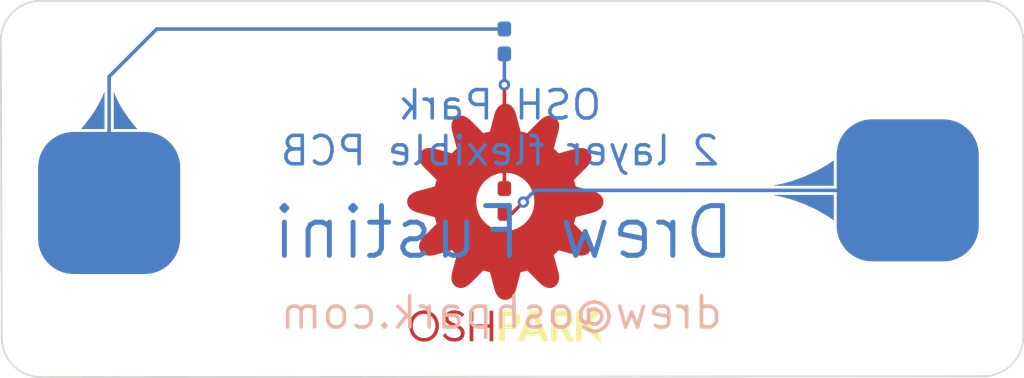
<source format=kicad_pcb>
(kicad_pcb (version 20171130) (host pcbnew 5.1.4-e60b266~84~ubuntu19.04.1)

  (general
    (thickness 1.6)
    (drawings 12)
    (tracks 11)
    (zones 0)
    (modules 6)
    (nets 1)
  )

  (page A4)
  (layers
    (0 F.Cu signal)
    (31 B.Cu signal)
    (32 B.Adhes user)
    (33 F.Adhes user)
    (34 B.Paste user)
    (35 F.Paste user)
    (36 B.SilkS user)
    (37 F.SilkS user)
    (38 B.Mask user)
    (39 F.Mask user)
    (40 Dwgs.User user)
    (41 Cmts.User user)
    (42 Eco1.User user)
    (43 Eco2.User user)
    (44 Edge.Cuts user)
    (45 Margin user)
    (46 B.CrtYd user)
    (47 F.CrtYd user)
    (48 B.Fab user)
    (49 F.Fab user)
  )

  (setup
    (last_trace_width 0.25)
    (trace_clearance 0.2)
    (zone_clearance 0.508)
    (zone_45_only no)
    (trace_min 0.2)
    (via_size 0.8)
    (via_drill 0.4)
    (via_min_size 0.4)
    (via_min_drill 0.3)
    (uvia_size 0.3)
    (uvia_drill 0.1)
    (uvias_allowed no)
    (uvia_min_size 0.2)
    (uvia_min_drill 0.1)
    (edge_width 0.05)
    (segment_width 0.2)
    (pcb_text_width 0.3)
    (pcb_text_size 1.5 1.5)
    (mod_edge_width 0.12)
    (mod_text_size 1 1)
    (mod_text_width 0.15)
    (pad_size 1.524 1.524)
    (pad_drill 0.762)
    (pad_to_mask_clearance 0.051)
    (solder_mask_min_width 0.25)
    (aux_axis_origin 0 0)
    (visible_elements FFFFFF7F)
    (pcbplotparams
      (layerselection 0x010fc_ffffffff)
      (usegerberextensions false)
      (usegerberattributes false)
      (usegerberadvancedattributes false)
      (creategerberjobfile false)
      (excludeedgelayer true)
      (linewidth 0.100000)
      (plotframeref false)
      (viasonmask false)
      (mode 1)
      (useauxorigin false)
      (hpglpennumber 1)
      (hpglpenspeed 20)
      (hpglpendiameter 15.000000)
      (psnegative false)
      (psa4output false)
      (plotreference true)
      (plotvalue true)
      (plotinvisibletext false)
      (padsonsilk false)
      (subtractmaskfromsilk false)
      (outputformat 1)
      (mirror false)
      (drillshape 1)
      (scaleselection 1)
      (outputdirectory ""))
  )

  (net 0 "")

  (net_class Default "This is the default net class."
    (clearance 0.2)
    (trace_width 0.25)
    (via_dia 0.8)
    (via_drill 0.4)
    (uvia_dia 0.3)
    (uvia_drill 0.1)
  )

  (module LED_SMD:LED_0603_1608Metric_Pad1.05x0.95mm_HandSolder (layer F.Cu) (tedit 5DF04E01) (tstamp 5DF073B1)
    (at 153.4795 54.723 90)
    (descr "LED SMD 0603 (1608 Metric), square (rectangular) end terminal, IPC_7351 nominal, (Body size source: http://www.tortai-tech.com/upload/download/2011102023233369053.pdf), generated with kicad-footprint-generator")
    (tags "LED handsolder")
    (attr smd)
    (fp_text reference REF** (at 0 -1.43 90) (layer F.SilkS) hide
      (effects (font (size 1 1) (thickness 0.15)))
    )
    (fp_text value LED_0603_1608Metric_Pad1.05x0.95mm_HandSolder (at 0 1.43 90) (layer F.Fab) hide
      (effects (font (size 1 1) (thickness 0.15)))
    )
    (fp_text user %R (at 0 0 90) (layer F.Fab)
      (effects (font (size 0.4 0.4) (thickness 0.06)))
    )
    (fp_line (start 1.65 0.73) (end -1.65 0.73) (layer F.CrtYd) (width 0.05))
    (fp_line (start 1.65 -0.73) (end 1.65 0.73) (layer F.CrtYd) (width 0.05))
    (fp_line (start -1.65 -0.73) (end 1.65 -0.73) (layer F.CrtYd) (width 0.05))
    (fp_line (start -1.65 0.73) (end -1.65 -0.73) (layer F.CrtYd) (width 0.05))
    (fp_line (start 0.8 0.4) (end 0.8 -0.4) (layer F.Fab) (width 0.1))
    (fp_line (start -0.8 0.4) (end 0.8 0.4) (layer F.Fab) (width 0.1))
    (fp_line (start -0.8 -0.1) (end -0.8 0.4) (layer F.Fab) (width 0.1))
    (fp_line (start -0.5 -0.4) (end -0.8 -0.1) (layer F.Fab) (width 0.1))
    (fp_line (start 0.8 -0.4) (end -0.5 -0.4) (layer F.Fab) (width 0.1))
    (pad 2 smd roundrect (at 0.875 0 90) (size 1.05 0.95) (layers F.Cu F.Paste F.Mask) (roundrect_rratio 0.25))
    (pad 1 smd roundrect (at -0.875 0 90) (size 1.05 0.95) (layers F.Cu F.Paste F.Mask) (roundrect_rratio 0.25))
    (model ${KISYS3DMOD}/LED_SMD.3dshapes/LED_0603_1608Metric.wrl
      (at (xyz 0 0 0))
      (scale (xyz 1 1 1))
      (rotate (xyz 0 0 0))
    )
  )

  (module Resistor_SMD:R_0603_1608Metric_Pad1.05x0.95mm_HandSolder (layer B.Cu) (tedit 5DF04DCE) (tstamp 5DF070E6)
    (at 153.4795 43.4975 270)
    (descr "Resistor SMD 0603 (1608 Metric), square (rectangular) end terminal, IPC_7351 nominal with elongated pad for handsoldering. (Body size source: http://www.tortai-tech.com/upload/download/2011102023233369053.pdf), generated with kicad-footprint-generator")
    (tags "resistor handsolder")
    (attr smd)
    (fp_text reference REF** (at 0 1.43 270) (layer B.SilkS) hide
      (effects (font (size 1 1) (thickness 0.15)) (justify mirror))
    )
    (fp_text value R_0603_1608Metric_Pad1.05x0.95mm_HandSolder (at 0 -1.43 270) (layer B.Fab) hide
      (effects (font (size 1 1) (thickness 0.15)) (justify mirror))
    )
    (fp_text user %R (at 0 0 270) (layer B.Fab)
      (effects (font (size 0.4 0.4) (thickness 0.06)) (justify mirror))
    )
    (fp_line (start 1.65 -0.73) (end -1.65 -0.73) (layer B.CrtYd) (width 0.05))
    (fp_line (start 1.65 0.73) (end 1.65 -0.73) (layer B.CrtYd) (width 0.05))
    (fp_line (start -1.65 0.73) (end 1.65 0.73) (layer B.CrtYd) (width 0.05))
    (fp_line (start -1.65 -0.73) (end -1.65 0.73) (layer B.CrtYd) (width 0.05))
    (fp_line (start 0.8 -0.4) (end -0.8 -0.4) (layer B.Fab) (width 0.1))
    (fp_line (start 0.8 0.4) (end 0.8 -0.4) (layer B.Fab) (width 0.1))
    (fp_line (start -0.8 0.4) (end 0.8 0.4) (layer B.Fab) (width 0.1))
    (fp_line (start -0.8 -0.4) (end -0.8 0.4) (layer B.Fab) (width 0.1))
    (pad 2 smd roundrect (at 0.875 0 270) (size 1.05 0.95) (layers B.Cu B.Paste B.Mask) (roundrect_rratio 0.25))
    (pad 1 smd roundrect (at -0.875 0 270) (size 1.05 0.95) (layers B.Cu B.Paste B.Mask) (roundrect_rratio 0.25))
    (model ${KISYS3DMOD}/Resistor_SMD.3dshapes/R_0603_1608Metric.wrl
      (at (xyz 0 0 0))
      (scale (xyz 1 1 1))
      (rotate (xyz 0 0 0))
    )
  )

  (module touch:TestPoint_Pad_4.0x4.0mm (layer B.Cu) (tedit 5DF04A6A) (tstamp 5DF05CD9)
    (at 125.6665 54.864)
    (descr "SMD rectangular pad as test Point, square 4.0mm side length")
    (tags "test point SMD pad rectangle square")
    (attr virtual)
    (fp_text reference REF** (at 0 2.898) (layer B.SilkS) hide
      (effects (font (size 1 1) (thickness 0.15)) (justify mirror))
    )
    (fp_text value TestPoint_Pad_10.0x10.0mm (at 0 -3.1) (layer B.Fab) hide
      (effects (font (size 1 1) (thickness 0.15)) (justify mirror))
    )
    (fp_line (start 2.5 -2.5) (end -2.5 -2.5) (layer B.CrtYd) (width 0.05))
    (fp_line (start 2.5 -2.5) (end 2.5 2.5) (layer B.CrtYd) (width 0.05))
    (fp_line (start -2.5 2.5) (end -2.5 -2.5) (layer B.CrtYd) (width 0.05))
    (fp_line (start -2.5 2.5) (end 2.5 2.5) (layer B.CrtYd) (width 0.05))
    (fp_text user %R (at 0 2.9) (layer B.Fab) hide
      (effects (font (size 1 1) (thickness 0.15)) (justify mirror))
    )
    (pad 1 smd roundrect (at 0 0) (size 10 10) (layers B.Cu B.Mask) (roundrect_rratio 0.25))
  )

  (module touch:TestPoint_Pad_4.0x4.0mm (layer B.Cu) (tedit 5DF045F0) (tstamp 5DF05110)
    (at 181.864 53.975)
    (descr "SMD rectangular pad as test Point, square 4.0mm side length")
    (tags "test point SMD pad rectangle square")
    (attr virtual)
    (fp_text reference REF** (at 0 2.898) (layer B.SilkS) hide
      (effects (font (size 1 1) (thickness 0.15)) (justify mirror))
    )
    (fp_text value TestPoint_Pad_10.0x10.0mm (at 0 -3.1) (layer B.Fab) hide
      (effects (font (size 1 1) (thickness 0.15)) (justify mirror))
    )
    (fp_text user %R (at 0 2.9) (layer B.Fab) hide
      (effects (font (size 1 1) (thickness 0.15)) (justify mirror))
    )
    (fp_line (start -2.5 2.5) (end 2.5 2.5) (layer B.CrtYd) (width 0.05))
    (fp_line (start -2.5 2.5) (end -2.5 -2.5) (layer B.CrtYd) (width 0.05))
    (fp_line (start 2.5 -2.5) (end 2.5 2.5) (layer B.CrtYd) (width 0.05))
    (fp_line (start 2.5 -2.5) (end -2.5 -2.5) (layer B.CrtYd) (width 0.05))
    (pad 1 smd roundrect (at 0 0) (size 10 10) (layers B.Cu B.Mask) (roundrect_rratio 0.25))
  )

  (module oshpark:OSH_small (layer F.Cu) (tedit 5DE9E529) (tstamp 5DF06053)
    (at 153.543 56.3245)
    (descr "Imported from OSHPARK.svg")
    (tags svg2mod)
    (attr smd)
    (fp_text reference OSH_small (at 0 -11.457835) (layer F.SilkS) hide
      (effects (font (size 1.524 1.524) (thickness 0.3048)))
    )
    (fp_text value G*** (at 0 11.457835) (layer F.SilkS) hide
      (effects (font (size 1.524 1.524) (thickness 0.3048)))
    )
    (fp_poly (pts (xy 0.00118 -8.409695) (xy 0.00043 -3.623025) (xy 0.21316 -3.612325) (xy 0.41974 -3.580825)
      (xy 0.61914 -3.529525) (xy 0.81031 -3.459525) (xy 0.99219 -3.371925) (xy 1.16375 -3.267695)
      (xy 1.32394 -3.147905) (xy 1.4717 -3.013605) (xy 1.606 -2.865845) (xy 1.72579 -2.705655)
      (xy 1.83001 -2.534105) (xy 1.91761 -2.352215) (xy 1.98761 -2.161055) (xy 2.03891 -1.961655)
      (xy 2.07041 -1.755065) (xy 2.08111 -1.542335) (xy 2.07041 -1.329495) (xy 2.03891 -1.122805)
      (xy 1.98771 -0.923315) (xy 1.91781 -0.732055) (xy 1.83021 -0.550075) (xy 1.726 -0.378435)
      (xy 1.60622 -0.218175) (xy 1.47192 -0.070335) (xy 1.32415 0.064025) (xy 1.16396 0.183875)
      (xy 0.99238 0.288155) (xy 0.81047 0.375855) (xy 0.61928 0.445855) (xy 0.41984 0.497155)
      (xy 0.21321 0.528655) (xy 0.00043 0.539455) (xy -0.21235 0.528655) (xy -0.41897 0.497155)
      (xy -0.6184 0.445855) (xy -0.80958 0.375855) (xy -0.99147 0.288155) (xy -1.16302 0.183875)
      (xy -1.3232 0.064025) (xy -1.47095 -0.070335) (xy -1.60524 -0.218175) (xy -1.72501 -0.378435)
      (xy -1.82922 -0.550075) (xy -1.91682 -0.732055) (xy -1.98682 -0.923315) (xy -2.03812 -1.122805)
      (xy -2.06962 -1.329495) (xy -2.08032 -1.542335) (xy -2.06962 -1.755065) (xy -2.03812 -1.961655)
      (xy -1.98682 -2.161055) (xy -1.91682 -2.352215) (xy -1.82922 -2.534105) (xy -1.72501 -2.705655)
      (xy -1.60524 -2.865845) (xy -1.47095 -3.013605) (xy -1.3232 -3.147905) (xy -1.16302 -3.267695)
      (xy -0.99147 -3.371925) (xy -0.80958 -3.459525) (xy -0.6184 -3.529525) (xy -0.41897 -3.580825)
      (xy -0.21235 -3.612325) (xy 0.00043 -3.623025) (xy 0.00118 -8.409695) (xy -0.14129 -8.393995)
      (xy -0.2674 -8.349495) (xy -0.378 -8.279795) (xy -0.4739 -8.188495) (xy -0.556 -8.079355)
      (xy -0.6251 -7.956025) (xy -0.6821 -7.822195) (xy -0.7278 -7.681515) (xy -1.04856 -6.462625)
      (xy -1.30304 -6.403425) (xy -1.55293 -6.331225) (xy -2.43795 -7.223815) (xy -2.5541 -7.325575)
      (xy -2.67331 -7.414275) (xy -2.79523 -7.486675) (xy -2.91953 -7.539575) (xy -3.04586 -7.569675)
      (xy -3.17388 -7.573675) (xy -3.30323 -7.548275) (xy -3.43358 -7.490275) (xy -3.54913 -7.405275)
      (xy -3.63603 -7.303485) (xy -3.69693 -7.187695) (xy -3.73433 -7.060655) (xy -3.75073 -6.925095)
      (xy -3.74873 -6.783755) (xy -3.73103 -6.639375) (xy -3.70003 -6.494705) (xy -3.36893 -5.282225)
      (xy -3.55878 -5.102185) (xy -3.73879 -4.912505) (xy -4.95156 -5.242875) (xy -5.10317 -5.273475)
      (xy -5.25088 -5.290975) (xy -5.39277 -5.292975) (xy -5.5269 -5.276575) (xy -5.65135 -5.239375)
      (xy -5.76419 -5.178675) (xy -5.86349 -5.091975) (xy -5.94729 -4.976645) (xy -6.00489 -4.845335)
      (xy -6.02929 -4.713775) (xy -6.02429 -4.583095) (xy -5.99309 -4.454385) (xy -5.93949 -4.328745)
      (xy -5.86709 -4.207285) (xy -5.77959 -4.091105) (xy -5.68049 -3.981305) (xy -4.78848 -3.096875)
      (xy -4.86248 -2.846755) (xy -4.92388 -2.591195) (xy -6.13913 -2.271315) (xy -6.28557 -2.221815)
      (xy -6.42211 -2.163015) (xy -6.54579 -2.093715) (xy -6.65364 -2.012515) (xy -6.74264 -1.918115)
      (xy -6.80994 -1.809295) (xy -6.85244 -1.684715) (xy -6.86724 -1.543065) (xy -6.85154 -1.400675)
      (xy -6.80704 -1.274595) (xy -6.73724 -1.163985) (xy -6.64594 -1.068085) (xy -6.5368 -0.985985)
      (xy -6.41347 -0.916885) (xy -6.27964 -0.859985) (xy -6.13897 -0.814385) (xy -4.92372 -0.494365)
      (xy -4.86232 -0.239235) (xy -4.78842 0.010885) (xy -5.68043 0.895605) (xy -5.78261 1.011585)
      (xy -5.87161 1.130695) (xy -5.94411 1.252585) (xy -5.99701 1.376885) (xy -6.02701 1.503265)
      (xy -6.03101 1.631355) (xy -6.00551 1.760795) (xy -5.94741 1.891235) (xy -5.86251 2.006695)
      (xy -5.76079 2.093495) (xy -5.64502 2.154295) (xy -5.51794 2.191595) (xy -5.38232 2.207995)
      (xy -5.24091 2.205995) (xy -5.09648 2.188395) (xy -4.95178 2.157595) (xy -3.73916 1.826495)
      (xy -3.55915 2.015885) (xy -3.36929 2.196065) (xy -3.70039 3.409125) (xy -3.73109 3.560565)
      (xy -3.74869 3.708175) (xy -3.75069 3.850005) (xy -3.73429 3.984105) (xy -3.69709 4.108515)
      (xy -3.63639 4.221295) (xy -3.54959 4.320495) (xy -3.43416 4.404195) (xy -3.30285 4.461895)
      (xy -3.17132 4.486395) (xy -3.04066 4.481395) (xy -2.91197 4.450195) (xy -2.78636 4.396595)
      (xy -2.66492 4.324295) (xy -2.54876 4.236795) (xy -2.43897 4.137795) (xy -1.55409 3.245195)
      (xy -1.30401 3.319295) (xy -1.0487 3.380995) (xy -0.72882 4.596245) (xy -0.67942 4.742405)
      (xy -0.62072 4.878745) (xy -0.55142 5.002265) (xy -0.47012 5.110005) (xy -0.37562 5.199005)
      (xy -0.26663 5.266305) (xy -0.14183 5.308805) (xy 0.0001 5.323605) (xy 0.1423 5.307905)
      (xy 0.26821 5.263405) (xy 0.37868 5.193705) (xy 0.47448 5.102505) (xy 0.55658 4.993495)
      (xy 0.62568 4.870315) (xy 0.68268 4.736655) (xy 0.72838 4.596185) (xy 1.04825 3.380645)
      (xy 1.30343 3.319445) (xy 1.55379 3.245445) (xy 2.43852 4.137905) (xy 2.55442 4.240085)
      (xy 2.67348 4.329085) (xy 2.79535 4.401685) (xy 2.91965 4.454585) (xy 3.04602 4.484585)
      (xy 3.17409 4.488585) (xy 3.30349 4.462985) (xy 3.43386 4.404785) (xy 3.5493 4.319985)
      (xy 3.6361 4.218365) (xy 3.6969 4.102685) (xy 3.7342 3.975695) (xy 3.7507 3.840155)
      (xy 3.7487 3.698805) (xy 3.7312 3.554415) (xy 3.7006 3.409725) (xy 3.36921 2.196675)
      (xy 3.55866 2.016495) (xy 3.73849 1.827095) (xy 4.95155 2.158195) (xy 5.10316 2.188595)
      (xy 5.25086 2.205995) (xy 5.39274 2.207995) (xy 5.52685 2.191495) (xy 5.65126 2.154195)
      (xy 5.76405 2.093495) (xy 5.86325 2.006695) (xy 5.94695 1.891265) (xy 6.00455 1.759975)
      (xy 6.02895 1.628485) (xy 6.02395 1.497875) (xy 5.99275 1.369255) (xy 5.93915 1.243685)
      (xy 5.86685 1.122265) (xy 5.77935 1.006085) (xy 5.68035 0.896225) (xy 4.78804 0.011495)
      (xy 4.86214 -0.238625) (xy 4.92344 -0.493755) (xy 6.13868 -0.813785) (xy 6.28522 -0.863185)
      (xy 6.42183 -0.921885) (xy 6.54556 -0.991285) (xy 6.65344 -1.072585) (xy 6.74254 -1.167085)
      (xy 6.80984 -1.276075) (xy 6.85244 -1.400845) (xy 6.86724 -1.542705) (xy 6.85194 -1.684715)
      (xy 6.80764 -1.810495) (xy 6.73804 -1.920855) (xy 6.64694 -2.016655) (xy 6.53789 -2.098655)
      (xy 6.41461 -2.167755) (xy 6.2808 -2.224755) (xy 6.14013 -2.270455) (xy 4.92488 -2.590335)
      (xy 4.86358 -2.845855) (xy 4.78948 -3.095735) (xy 5.68179 -3.980895) (xy 5.78395 -4.096695)
      (xy 5.87285 -4.215675) (xy 5.94535 -4.337485) (xy 5.99815 -4.461745) (xy 6.02805 -4.588095)
      (xy 6.03205 -4.716185) (xy 6.00655 -4.845635) (xy 5.94845 -4.976085) (xy 5.86365 -5.091375)
      (xy 5.76206 -5.178075) (xy 5.64641 -5.238875) (xy 5.51943 -5.276175) (xy 5.38387 -5.292675)
      (xy 5.24246 -5.290675) (xy 5.09796 -5.273075) (xy 4.9531 -5.242275) (xy 3.74019 -4.911755)
      (xy 3.5604 -5.101105) (xy 3.3712 -5.281035) (xy 3.70215 -6.493945) (xy 3.73265 -6.645465)
      (xy 3.75005 -6.793085) (xy 3.75205 -6.934915) (xy 3.73565 -7.069005) (xy 3.69835 -7.193445)
      (xy 3.63755 -7.306295) (xy 3.55075 -7.405695) (xy 3.43522 -7.489595) (xy 3.30408 -7.547095)
      (xy 3.17265 -7.571395) (xy 3.04204 -7.566395) (xy 2.91335 -7.535095) (xy 2.78769 -7.481395)
      (xy 2.66618 -7.408995) (xy 2.54992 -7.321595) (xy 2.44003 -7.222795) (xy 1.55545 -6.330485)
      (xy 1.30598 -6.402785) (xy 1.05107 -6.462485) (xy 0.73018 -7.681375) (xy 0.68058 -7.827915)
      (xy 0.62168 -7.964525) (xy 0.55228 -8.088255) (xy 0.47098 -8.196135) (xy 0.37658 -8.285235)
      (xy 0.2677 -8.352535) (xy 0.14304 -8.395035) (xy 0.0013 -8.409835) (xy 0.00118 -8.409695)) (layer F.Cu) (width 0.073847))
    (fp_poly (pts (xy -5.71389 8.295375) (xy -5.71389 8.046425) (xy -5.88469 8.029425) (xy -6.03947 7.980425)
      (xy -6.17614 7.902625) (xy -6.29262 7.799265) (xy -6.38682 7.673515) (xy -6.45672 7.528545)
      (xy -6.50022 7.367545) (xy -6.51512 7.193705) (xy -6.50022 7.019865) (xy -6.45672 6.858865)
      (xy -6.38682 6.713895) (xy -6.29262 6.588145) (xy -6.17614 6.484785) (xy -6.03947 6.406985)
      (xy -5.88469 6.357985) (xy -5.71389 6.340985) (xy -5.54238 6.357985) (xy -5.38754 6.406985)
      (xy -5.25128 6.484785) (xy -5.13551 6.588145) (xy -5.04211 6.713895) (xy -4.97301 6.858865)
      (xy -4.93021 7.019865) (xy -4.91551 7.193705) (xy -4.93021 7.367545) (xy -4.97301 7.528545)
      (xy -5.04211 7.673515) (xy -5.13551 7.799265) (xy -5.25128 7.902625) (xy -5.38754 7.980425)
      (xy -5.54238 8.029425) (xy -5.71389 8.046425) (xy -5.71389 8.295375) (xy -5.60215 8.289375)
      (xy -5.49471 8.272675) (xy -5.39197 8.245575) (xy -5.29437 8.208575) (xy -5.20217 8.162275)
      (xy -5.11587 8.107175) (xy -5.03597 8.043775) (xy -4.96277 7.972775) (xy -4.89667 7.894575)
      (xy -4.83807 7.809775) (xy -4.78737 7.718975) (xy -4.74497 7.622675) (xy -4.71127 7.521405)
      (xy -4.68667 7.415745) (xy -4.67167 7.306225) (xy -4.66667 7.193415) (xy -4.67167 7.080595)
      (xy -4.68667 6.971085) (xy -4.71127 6.865415) (xy -4.74497 6.764145) (xy -4.78737 6.667845)
      (xy -4.83807 6.577045) (xy -4.89667 6.492245) (xy -4.96277 6.414045) (xy -5.03597 6.342945)
      (xy -5.11587 6.279545) (xy -5.20217 6.224445) (xy -5.29437 6.178145) (xy -5.39197 6.141145)
      (xy -5.49471 6.114045) (xy -5.60215 6.097345) (xy -5.71389 6.091345) (xy -5.82609 6.097345)
      (xy -5.93388 6.114045) (xy -6.03687 6.141145) (xy -6.13467 6.178145) (xy -6.22687 6.224445)
      (xy -6.31307 6.279545) (xy -6.39297 6.342945) (xy -6.46607 6.414045) (xy -6.53207 6.492245)
      (xy -6.59047 6.577045) (xy -6.64097 6.667845) (xy -6.68317 6.764145) (xy -6.71667 6.865415)
      (xy -6.74107 6.971085) (xy -6.75597 7.080595) (xy -6.76097 7.193415) (xy -6.75597 7.306225)
      (xy -6.74107 7.415745) (xy -6.71667 7.521405) (xy -6.68317 7.622675) (xy -6.64097 7.718975)
      (xy -6.59047 7.809775) (xy -6.53207 7.894575) (xy -6.46607 7.972775) (xy -6.39297 8.043775)
      (xy -6.31307 8.107175) (xy -6.22687 8.162275) (xy -6.13467 8.208575) (xy -6.03687 8.245575)
      (xy -5.93388 8.272675) (xy -5.82609 8.289375) (xy -5.71389 8.295375)) (layer F.Cu) (width 0))
    (fp_poly (pts (xy -3.5907 8.295375) (xy -3.44187 8.286375) (xy -3.30406 8.258975) (xy -3.18001 8.212975)
      (xy -3.07241 8.147975) (xy -2.98401 8.063675) (xy -2.91751 7.959725) (xy -2.87561 7.835805)
      (xy -2.86101 7.691555) (xy -2.87691 7.552235) (xy -2.92141 7.434915) (xy -2.98981 7.336615)
      (xy -3.07751 7.254415) (xy -3.17982 7.185415) (xy -3.29208 7.126615) (xy -3.52784 7.027715)
      (xy -3.70664 6.955515) (xy -3.85727 6.872815) (xy -3.91627 6.823915) (xy -3.96127 6.768115)
      (xy -3.98997 6.703915) (xy -4.00007 6.629915) (xy -3.99207 6.554915) (xy -3.96807 6.490615)
      (xy -3.93017 6.436915) (xy -3.88027 6.393515) (xy -3.82017 6.360115) (xy -3.75177 6.336615)
      (xy -3.67677 6.322615) (xy -3.59697 6.317615) (xy -3.50107 6.322615) (xy -3.41297 6.336315)
      (xy -3.33277 6.358215) (xy -3.26037 6.387715) (xy -3.19597 6.424015) (xy -3.13947 6.466415)
      (xy -3.05047 6.566885) (xy -2.87592 6.389475) (xy -2.93462 6.327375) (xy -3.00322 6.270575)
      (xy -3.08132 6.219875) (xy -3.16862 6.176275) (xy -3.26472 6.140775) (xy -3.36936 6.114275)
      (xy -3.48217 6.097675) (xy -3.60284 6.091675) (xy -3.73476 6.100675) (xy -3.85823 6.127675)
      (xy -3.97043 6.172275) (xy -4.06853 6.234275) (xy -4.14973 6.313275) (xy -4.21123 6.408975)
      (xy -4.25023 6.521165) (xy -4.26383 6.649475) (xy -4.24983 6.769025) (xy -4.21043 6.869725)
      (xy -4.14943 6.954225) (xy -4.07063 7.025125) (xy -3.97793 7.085025) (xy -3.87509 7.136525)
      (xy -3.6543 7.224725) (xy -3.4565 7.304325) (xy -3.3666 7.348925) (xy -3.2866 7.399625)
      (xy -3.2195 7.458525) (xy -3.1682 7.527725) (xy -3.1357 7.609325) (xy -3.1249 7.705425)
      (xy -3.1349 7.789025) (xy -3.1618 7.860025) (xy -3.2038 7.918825) (xy -3.2593 7.965825)
      (xy -3.3266 8.001625) (xy -3.404 8.026625) (xy -3.4899 8.041225) (xy -3.5826 8.046225)
      (xy -3.69075 8.039225) (xy -3.79323 8.020125) (xy -3.88863 7.989225) (xy -3.97563 7.947425)
      (xy -4.05283 7.895625) (xy -4.11893 7.834625) (xy -4.17243 7.765125) (xy -4.21203 7.688125)
      (xy -4.40088 7.879845) (xy -4.33778 7.967545) (xy -4.26108 8.047345) (xy -4.17208 8.118045)
      (xy -4.07218 8.178545) (xy -3.96276 8.227645) (xy -3.84518 8.264145) (xy -3.72084 8.286945)
      (xy -3.59109 8.294945) (xy -3.5907 8.295375)) (layer F.Cu) (width 0))
    (fp_poly (pts (xy -1.10433 6.120635) (xy -1.10433 7.076375) (xy -2.24607 7.076375) (xy -2.24607 6.120635)
      (xy -2.50646 6.120635) (xy -2.50646 8.266755) (xy -2.24607 8.266755) (xy -2.24607 7.311015)
      (xy -1.10433 7.311015) (xy -1.10433 8.266755) (xy -0.84394 8.266755) (xy -0.84394 6.120635)
      (xy -1.10433 6.120635)) (layer F.Cu) (width 0))
    (fp_poly (pts (xy 0.42791 6.120635) (xy -0.02711 6.495535) (xy 0.38781 6.495535) (xy 0.44521 6.500535)
      (xy 0.49851 6.515035) (xy 0.54661 6.538335) (xy 0.58851 6.569635) (xy 0.62301 6.608335)
      (xy 0.64901 6.653735) (xy 0.66541 6.705135) (xy 0.67141 6.761735) (xy 0.66541 6.820135)
      (xy 0.64901 6.872535) (xy 0.62301 6.918535) (xy 0.58851 6.957435) (xy 0.54661 6.988635)
      (xy 0.49851 7.011635) (xy 0.44521 7.025835) (xy 0.38781 7.030835) (xy 0.38781 7.030635)
      (xy -0.02711 7.030635) (xy -0.02711 6.495535) (xy 0.42791 6.120635) (xy -0.45915 6.120635)
      (xy -0.45915 8.266755) (xy -0.02707 8.266755) (xy -0.02707 7.382555) (xy 0.42791 7.382555)
      (xy 0.5579 7.370355) (xy 0.67807 7.335055) (xy 0.78609 7.278855) (xy 0.87969 7.203855)
      (xy 0.95649 7.112155) (xy 1.01419 7.006005) (xy 1.05049 6.887525) (xy 1.06309 6.758845)
      (xy 1.05049 6.630375) (xy 1.01419 6.510655) (xy 0.95649 6.402275) (xy 0.87969 6.307775)
      (xy 0.78609 6.229775) (xy 0.67807 6.170875) (xy 0.5579 6.133675) (xy 0.42791 6.120675)
      (xy 0.42791 6.120635)) (layer F.SilkS) (width 0))
    (fp_poly (pts (xy 2.59844 8.266755) (xy 1.96319 6.558445) (xy 2.31515 7.505595) (xy 1.60836 7.505595)
      (xy 1.96319 6.558445) (xy 2.59844 8.266755) (xy 3.06487 8.266755) (xy 2.20355 6.120635)
      (xy 1.71996 6.120635) (xy 0.85865 8.266755) (xy 1.32508 8.266755) (xy 1.47674 7.860425)
      (xy 2.44678 7.860425) (xy 2.59844 8.266755)) (layer F.SilkS) (width 0))
    (fp_poly (pts (xy 4.31659 7.328185) (xy 4.11009 7.022185) (xy 3.67228 7.022185) (xy 3.67228 6.495675)
      (xy 4.11009 6.495675) (xy 4.16319 6.500675) (xy 4.21239 6.515675) (xy 4.25669 6.539575)
      (xy 4.29509 6.571375) (xy 4.32669 6.610075) (xy 4.35039 6.654875) (xy 4.36539 6.704775)
      (xy 4.37039 6.758775) (xy 4.36539 6.812775) (xy 4.35069 6.862675) (xy 4.32729 6.907475)
      (xy 4.29609 6.946175) (xy 4.25789 6.977975) (xy 4.21359 7.001875) (xy 4.16399 7.016875)
      (xy 4.11009 7.021875) (xy 4.11009 7.022185) (xy 4.31659 7.328185) (xy 4.41049 7.296585)
      (xy 4.49619 7.251785) (xy 4.57229 7.194785) (xy 4.63749 7.126585) (xy 4.69049 7.048185)
      (xy 4.72989 6.960585) (xy 4.75449 6.864785) (xy 4.76249 6.761805) (xy 4.74979 6.631575)
      (xy 4.71319 6.510755) (xy 4.65509 6.401815) (xy 4.57799 6.307215) (xy 4.48419 6.229415)
      (xy 4.37621 6.170715) (xy 4.25643 6.133715) (xy 4.12726 6.120815) (xy 3.2402 6.120815)
      (xy 3.2402 8.266935) (xy 3.67228 8.266935) (xy 3.67228 7.356985) (xy 3.88403 7.356985)
      (xy 4.35332 8.266935) (xy 4.83691 8.266935) (xy 4.31612 7.328365) (xy 4.31659 7.328185)) (layer F.SilkS) (width 0))
    (fp_poly (pts (xy 6.76111 6.120635) (xy 6.20884 6.120635) (xy 5.42765 6.959055) (xy 5.42765 6.120635)
      (xy 4.99557 6.120635) (xy 4.99557 8.266755) (xy 5.42765 8.266755) (xy 5.42765 7.193695)
      (xy 6.7096 8.409835) (xy 6.7096 7.831805) (xy 5.87118 7.056345) (xy 6.76111 6.120635)) (layer F.SilkS) (width 0))
  )

  (module oshpark:OSH_small (layer F.Cu) (tedit 5DE9E4DF) (tstamp 5CD2DF1C)
    (at 153.543 56.3245)
    (descr "Imported from OSHPARK.svg")
    (tags svg2mod)
    (attr smd)
    (fp_text reference OSH_small (at 0 -11.457835) (layer F.SilkS) hide
      (effects (font (size 1.524 1.524) (thickness 0.3048)))
    )
    (fp_text value G*** (at 0 11.457835) (layer F.SilkS) hide
      (effects (font (size 1.524 1.524) (thickness 0.3048)))
    )
    (fp_poly (pts (xy 6.76111 6.120635) (xy 6.20884 6.120635) (xy 5.42765 6.959055) (xy 5.42765 6.120635)
      (xy 4.99557 6.120635) (xy 4.99557 8.266755) (xy 5.42765 8.266755) (xy 5.42765 7.193695)
      (xy 6.7096 8.409835) (xy 6.7096 7.831805) (xy 5.87118 7.056345) (xy 6.76111 6.120635)) (layer F.SilkS) (width 0))
    (fp_poly (pts (xy 4.31659 7.328185) (xy 4.11009 7.022185) (xy 3.67228 7.022185) (xy 3.67228 6.495675)
      (xy 4.11009 6.495675) (xy 4.16319 6.500675) (xy 4.21239 6.515675) (xy 4.25669 6.539575)
      (xy 4.29509 6.571375) (xy 4.32669 6.610075) (xy 4.35039 6.654875) (xy 4.36539 6.704775)
      (xy 4.37039 6.758775) (xy 4.36539 6.812775) (xy 4.35069 6.862675) (xy 4.32729 6.907475)
      (xy 4.29609 6.946175) (xy 4.25789 6.977975) (xy 4.21359 7.001875) (xy 4.16399 7.016875)
      (xy 4.11009 7.021875) (xy 4.11009 7.022185) (xy 4.31659 7.328185) (xy 4.41049 7.296585)
      (xy 4.49619 7.251785) (xy 4.57229 7.194785) (xy 4.63749 7.126585) (xy 4.69049 7.048185)
      (xy 4.72989 6.960585) (xy 4.75449 6.864785) (xy 4.76249 6.761805) (xy 4.74979 6.631575)
      (xy 4.71319 6.510755) (xy 4.65509 6.401815) (xy 4.57799 6.307215) (xy 4.48419 6.229415)
      (xy 4.37621 6.170715) (xy 4.25643 6.133715) (xy 4.12726 6.120815) (xy 3.2402 6.120815)
      (xy 3.2402 8.266935) (xy 3.67228 8.266935) (xy 3.67228 7.356985) (xy 3.88403 7.356985)
      (xy 4.35332 8.266935) (xy 4.83691 8.266935) (xy 4.31612 7.328365) (xy 4.31659 7.328185)) (layer F.SilkS) (width 0))
    (fp_poly (pts (xy 2.59844 8.266755) (xy 1.96319 6.558445) (xy 2.31515 7.505595) (xy 1.60836 7.505595)
      (xy 1.96319 6.558445) (xy 2.59844 8.266755) (xy 3.06487 8.266755) (xy 2.20355 6.120635)
      (xy 1.71996 6.120635) (xy 0.85865 8.266755) (xy 1.32508 8.266755) (xy 1.47674 7.860425)
      (xy 2.44678 7.860425) (xy 2.59844 8.266755)) (layer F.SilkS) (width 0))
    (fp_poly (pts (xy 0.42791 6.120635) (xy -0.02711 6.495535) (xy 0.38781 6.495535) (xy 0.44521 6.500535)
      (xy 0.49851 6.515035) (xy 0.54661 6.538335) (xy 0.58851 6.569635) (xy 0.62301 6.608335)
      (xy 0.64901 6.653735) (xy 0.66541 6.705135) (xy 0.67141 6.761735) (xy 0.66541 6.820135)
      (xy 0.64901 6.872535) (xy 0.62301 6.918535) (xy 0.58851 6.957435) (xy 0.54661 6.988635)
      (xy 0.49851 7.011635) (xy 0.44521 7.025835) (xy 0.38781 7.030835) (xy 0.38781 7.030635)
      (xy -0.02711 7.030635) (xy -0.02711 6.495535) (xy 0.42791 6.120635) (xy -0.45915 6.120635)
      (xy -0.45915 8.266755) (xy -0.02707 8.266755) (xy -0.02707 7.382555) (xy 0.42791 7.382555)
      (xy 0.5579 7.370355) (xy 0.67807 7.335055) (xy 0.78609 7.278855) (xy 0.87969 7.203855)
      (xy 0.95649 7.112155) (xy 1.01419 7.006005) (xy 1.05049 6.887525) (xy 1.06309 6.758845)
      (xy 1.05049 6.630375) (xy 1.01419 6.510655) (xy 0.95649 6.402275) (xy 0.87969 6.307775)
      (xy 0.78609 6.229775) (xy 0.67807 6.170875) (xy 0.5579 6.133675) (xy 0.42791 6.120675)
      (xy 0.42791 6.120635)) (layer F.SilkS) (width 0))
    (fp_poly (pts (xy -1.10433 6.120635) (xy -1.10433 7.076375) (xy -2.24607 7.076375) (xy -2.24607 6.120635)
      (xy -2.50646 6.120635) (xy -2.50646 8.266755) (xy -2.24607 8.266755) (xy -2.24607 7.311015)
      (xy -1.10433 7.311015) (xy -1.10433 8.266755) (xy -0.84394 8.266755) (xy -0.84394 6.120635)
      (xy -1.10433 6.120635)) (layer F.Mask) (width 0))
    (fp_poly (pts (xy -3.5907 8.295375) (xy -3.44187 8.286375) (xy -3.30406 8.258975) (xy -3.18001 8.212975)
      (xy -3.07241 8.147975) (xy -2.98401 8.063675) (xy -2.91751 7.959725) (xy -2.87561 7.835805)
      (xy -2.86101 7.691555) (xy -2.87691 7.552235) (xy -2.92141 7.434915) (xy -2.98981 7.336615)
      (xy -3.07751 7.254415) (xy -3.17982 7.185415) (xy -3.29208 7.126615) (xy -3.52784 7.027715)
      (xy -3.70664 6.955515) (xy -3.85727 6.872815) (xy -3.91627 6.823915) (xy -3.96127 6.768115)
      (xy -3.98997 6.703915) (xy -4.00007 6.629915) (xy -3.99207 6.554915) (xy -3.96807 6.490615)
      (xy -3.93017 6.436915) (xy -3.88027 6.393515) (xy -3.82017 6.360115) (xy -3.75177 6.336615)
      (xy -3.67677 6.322615) (xy -3.59697 6.317615) (xy -3.50107 6.322615) (xy -3.41297 6.336315)
      (xy -3.33277 6.358215) (xy -3.26037 6.387715) (xy -3.19597 6.424015) (xy -3.13947 6.466415)
      (xy -3.05047 6.566885) (xy -2.87592 6.389475) (xy -2.93462 6.327375) (xy -3.00322 6.270575)
      (xy -3.08132 6.219875) (xy -3.16862 6.176275) (xy -3.26472 6.140775) (xy -3.36936 6.114275)
      (xy -3.48217 6.097675) (xy -3.60284 6.091675) (xy -3.73476 6.100675) (xy -3.85823 6.127675)
      (xy -3.97043 6.172275) (xy -4.06853 6.234275) (xy -4.14973 6.313275) (xy -4.21123 6.408975)
      (xy -4.25023 6.521165) (xy -4.26383 6.649475) (xy -4.24983 6.769025) (xy -4.21043 6.869725)
      (xy -4.14943 6.954225) (xy -4.07063 7.025125) (xy -3.97793 7.085025) (xy -3.87509 7.136525)
      (xy -3.6543 7.224725) (xy -3.4565 7.304325) (xy -3.3666 7.348925) (xy -3.2866 7.399625)
      (xy -3.2195 7.458525) (xy -3.1682 7.527725) (xy -3.1357 7.609325) (xy -3.1249 7.705425)
      (xy -3.1349 7.789025) (xy -3.1618 7.860025) (xy -3.2038 7.918825) (xy -3.2593 7.965825)
      (xy -3.3266 8.001625) (xy -3.404 8.026625) (xy -3.4899 8.041225) (xy -3.5826 8.046225)
      (xy -3.69075 8.039225) (xy -3.79323 8.020125) (xy -3.88863 7.989225) (xy -3.97563 7.947425)
      (xy -4.05283 7.895625) (xy -4.11893 7.834625) (xy -4.17243 7.765125) (xy -4.21203 7.688125)
      (xy -4.40088 7.879845) (xy -4.33778 7.967545) (xy -4.26108 8.047345) (xy -4.17208 8.118045)
      (xy -4.07218 8.178545) (xy -3.96276 8.227645) (xy -3.84518 8.264145) (xy -3.72084 8.286945)
      (xy -3.59109 8.294945) (xy -3.5907 8.295375)) (layer F.Mask) (width 0))
    (fp_poly (pts (xy -5.71389 8.295375) (xy -5.71389 8.046425) (xy -5.88469 8.029425) (xy -6.03947 7.980425)
      (xy -6.17614 7.902625) (xy -6.29262 7.799265) (xy -6.38682 7.673515) (xy -6.45672 7.528545)
      (xy -6.50022 7.367545) (xy -6.51512 7.193705) (xy -6.50022 7.019865) (xy -6.45672 6.858865)
      (xy -6.38682 6.713895) (xy -6.29262 6.588145) (xy -6.17614 6.484785) (xy -6.03947 6.406985)
      (xy -5.88469 6.357985) (xy -5.71389 6.340985) (xy -5.54238 6.357985) (xy -5.38754 6.406985)
      (xy -5.25128 6.484785) (xy -5.13551 6.588145) (xy -5.04211 6.713895) (xy -4.97301 6.858865)
      (xy -4.93021 7.019865) (xy -4.91551 7.193705) (xy -4.93021 7.367545) (xy -4.97301 7.528545)
      (xy -5.04211 7.673515) (xy -5.13551 7.799265) (xy -5.25128 7.902625) (xy -5.38754 7.980425)
      (xy -5.54238 8.029425) (xy -5.71389 8.046425) (xy -5.71389 8.295375) (xy -5.60215 8.289375)
      (xy -5.49471 8.272675) (xy -5.39197 8.245575) (xy -5.29437 8.208575) (xy -5.20217 8.162275)
      (xy -5.11587 8.107175) (xy -5.03597 8.043775) (xy -4.96277 7.972775) (xy -4.89667 7.894575)
      (xy -4.83807 7.809775) (xy -4.78737 7.718975) (xy -4.74497 7.622675) (xy -4.71127 7.521405)
      (xy -4.68667 7.415745) (xy -4.67167 7.306225) (xy -4.66667 7.193415) (xy -4.67167 7.080595)
      (xy -4.68667 6.971085) (xy -4.71127 6.865415) (xy -4.74497 6.764145) (xy -4.78737 6.667845)
      (xy -4.83807 6.577045) (xy -4.89667 6.492245) (xy -4.96277 6.414045) (xy -5.03597 6.342945)
      (xy -5.11587 6.279545) (xy -5.20217 6.224445) (xy -5.29437 6.178145) (xy -5.39197 6.141145)
      (xy -5.49471 6.114045) (xy -5.60215 6.097345) (xy -5.71389 6.091345) (xy -5.82609 6.097345)
      (xy -5.93388 6.114045) (xy -6.03687 6.141145) (xy -6.13467 6.178145) (xy -6.22687 6.224445)
      (xy -6.31307 6.279545) (xy -6.39297 6.342945) (xy -6.46607 6.414045) (xy -6.53207 6.492245)
      (xy -6.59047 6.577045) (xy -6.64097 6.667845) (xy -6.68317 6.764145) (xy -6.71667 6.865415)
      (xy -6.74107 6.971085) (xy -6.75597 7.080595) (xy -6.76097 7.193415) (xy -6.75597 7.306225)
      (xy -6.74107 7.415745) (xy -6.71667 7.521405) (xy -6.68317 7.622675) (xy -6.64097 7.718975)
      (xy -6.59047 7.809775) (xy -6.53207 7.894575) (xy -6.46607 7.972775) (xy -6.39297 8.043775)
      (xy -6.31307 8.107175) (xy -6.22687 8.162275) (xy -6.13467 8.208575) (xy -6.03687 8.245575)
      (xy -5.93388 8.272675) (xy -5.82609 8.289375) (xy -5.71389 8.295375)) (layer F.Mask) (width 0))
    (fp_poly (pts (xy 0.00118 -8.409695) (xy 0.00043 -3.623025) (xy 0.21316 -3.612325) (xy 0.41974 -3.580825)
      (xy 0.61914 -3.529525) (xy 0.81031 -3.459525) (xy 0.99219 -3.371925) (xy 1.16375 -3.267695)
      (xy 1.32394 -3.147905) (xy 1.4717 -3.013605) (xy 1.606 -2.865845) (xy 1.72579 -2.705655)
      (xy 1.83001 -2.534105) (xy 1.91761 -2.352215) (xy 1.98761 -2.161055) (xy 2.03891 -1.961655)
      (xy 2.07041 -1.755065) (xy 2.08111 -1.542335) (xy 2.07041 -1.329495) (xy 2.03891 -1.122805)
      (xy 1.98771 -0.923315) (xy 1.91781 -0.732055) (xy 1.83021 -0.550075) (xy 1.726 -0.378435)
      (xy 1.60622 -0.218175) (xy 1.47192 -0.070335) (xy 1.32415 0.064025) (xy 1.16396 0.183875)
      (xy 0.99238 0.288155) (xy 0.81047 0.375855) (xy 0.61928 0.445855) (xy 0.41984 0.497155)
      (xy 0.21321 0.528655) (xy 0.00043 0.539455) (xy -0.21235 0.528655) (xy -0.41897 0.497155)
      (xy -0.6184 0.445855) (xy -0.80958 0.375855) (xy -0.99147 0.288155) (xy -1.16302 0.183875)
      (xy -1.3232 0.064025) (xy -1.47095 -0.070335) (xy -1.60524 -0.218175) (xy -1.72501 -0.378435)
      (xy -1.82922 -0.550075) (xy -1.91682 -0.732055) (xy -1.98682 -0.923315) (xy -2.03812 -1.122805)
      (xy -2.06962 -1.329495) (xy -2.08032 -1.542335) (xy -2.06962 -1.755065) (xy -2.03812 -1.961655)
      (xy -1.98682 -2.161055) (xy -1.91682 -2.352215) (xy -1.82922 -2.534105) (xy -1.72501 -2.705655)
      (xy -1.60524 -2.865845) (xy -1.47095 -3.013605) (xy -1.3232 -3.147905) (xy -1.16302 -3.267695)
      (xy -0.99147 -3.371925) (xy -0.80958 -3.459525) (xy -0.6184 -3.529525) (xy -0.41897 -3.580825)
      (xy -0.21235 -3.612325) (xy 0.00043 -3.623025) (xy 0.00118 -8.409695) (xy -0.14129 -8.393995)
      (xy -0.2674 -8.349495) (xy -0.378 -8.279795) (xy -0.4739 -8.188495) (xy -0.556 -8.079355)
      (xy -0.6251 -7.956025) (xy -0.6821 -7.822195) (xy -0.7278 -7.681515) (xy -1.04856 -6.462625)
      (xy -1.30304 -6.403425) (xy -1.55293 -6.331225) (xy -2.43795 -7.223815) (xy -2.5541 -7.325575)
      (xy -2.67331 -7.414275) (xy -2.79523 -7.486675) (xy -2.91953 -7.539575) (xy -3.04586 -7.569675)
      (xy -3.17388 -7.573675) (xy -3.30323 -7.548275) (xy -3.43358 -7.490275) (xy -3.54913 -7.405275)
      (xy -3.63603 -7.303485) (xy -3.69693 -7.187695) (xy -3.73433 -7.060655) (xy -3.75073 -6.925095)
      (xy -3.74873 -6.783755) (xy -3.73103 -6.639375) (xy -3.70003 -6.494705) (xy -3.36893 -5.282225)
      (xy -3.55878 -5.102185) (xy -3.73879 -4.912505) (xy -4.95156 -5.242875) (xy -5.10317 -5.273475)
      (xy -5.25088 -5.290975) (xy -5.39277 -5.292975) (xy -5.5269 -5.276575) (xy -5.65135 -5.239375)
      (xy -5.76419 -5.178675) (xy -5.86349 -5.091975) (xy -5.94729 -4.976645) (xy -6.00489 -4.845335)
      (xy -6.02929 -4.713775) (xy -6.02429 -4.583095) (xy -5.99309 -4.454385) (xy -5.93949 -4.328745)
      (xy -5.86709 -4.207285) (xy -5.77959 -4.091105) (xy -5.68049 -3.981305) (xy -4.78848 -3.096875)
      (xy -4.86248 -2.846755) (xy -4.92388 -2.591195) (xy -6.13913 -2.271315) (xy -6.28557 -2.221815)
      (xy -6.42211 -2.163015) (xy -6.54579 -2.093715) (xy -6.65364 -2.012515) (xy -6.74264 -1.918115)
      (xy -6.80994 -1.809295) (xy -6.85244 -1.684715) (xy -6.86724 -1.543065) (xy -6.85154 -1.400675)
      (xy -6.80704 -1.274595) (xy -6.73724 -1.163985) (xy -6.64594 -1.068085) (xy -6.5368 -0.985985)
      (xy -6.41347 -0.916885) (xy -6.27964 -0.859985) (xy -6.13897 -0.814385) (xy -4.92372 -0.494365)
      (xy -4.86232 -0.239235) (xy -4.78842 0.010885) (xy -5.68043 0.895605) (xy -5.78261 1.011585)
      (xy -5.87161 1.130695) (xy -5.94411 1.252585) (xy -5.99701 1.376885) (xy -6.02701 1.503265)
      (xy -6.03101 1.631355) (xy -6.00551 1.760795) (xy -5.94741 1.891235) (xy -5.86251 2.006695)
      (xy -5.76079 2.093495) (xy -5.64502 2.154295) (xy -5.51794 2.191595) (xy -5.38232 2.207995)
      (xy -5.24091 2.205995) (xy -5.09648 2.188395) (xy -4.95178 2.157595) (xy -3.73916 1.826495)
      (xy -3.55915 2.015885) (xy -3.36929 2.196065) (xy -3.70039 3.409125) (xy -3.73109 3.560565)
      (xy -3.74869 3.708175) (xy -3.75069 3.850005) (xy -3.73429 3.984105) (xy -3.69709 4.108515)
      (xy -3.63639 4.221295) (xy -3.54959 4.320495) (xy -3.43416 4.404195) (xy -3.30285 4.461895)
      (xy -3.17132 4.486395) (xy -3.04066 4.481395) (xy -2.91197 4.450195) (xy -2.78636 4.396595)
      (xy -2.66492 4.324295) (xy -2.54876 4.236795) (xy -2.43897 4.137795) (xy -1.55409 3.245195)
      (xy -1.30401 3.319295) (xy -1.0487 3.380995) (xy -0.72882 4.596245) (xy -0.67942 4.742405)
      (xy -0.62072 4.878745) (xy -0.55142 5.002265) (xy -0.47012 5.110005) (xy -0.37562 5.199005)
      (xy -0.26663 5.266305) (xy -0.14183 5.308805) (xy 0.0001 5.323605) (xy 0.1423 5.307905)
      (xy 0.26821 5.263405) (xy 0.37868 5.193705) (xy 0.47448 5.102505) (xy 0.55658 4.993495)
      (xy 0.62568 4.870315) (xy 0.68268 4.736655) (xy 0.72838 4.596185) (xy 1.04825 3.380645)
      (xy 1.30343 3.319445) (xy 1.55379 3.245445) (xy 2.43852 4.137905) (xy 2.55442 4.240085)
      (xy 2.67348 4.329085) (xy 2.79535 4.401685) (xy 2.91965 4.454585) (xy 3.04602 4.484585)
      (xy 3.17409 4.488585) (xy 3.30349 4.462985) (xy 3.43386 4.404785) (xy 3.5493 4.319985)
      (xy 3.6361 4.218365) (xy 3.6969 4.102685) (xy 3.7342 3.975695) (xy 3.7507 3.840155)
      (xy 3.7487 3.698805) (xy 3.7312 3.554415) (xy 3.7006 3.409725) (xy 3.36921 2.196675)
      (xy 3.55866 2.016495) (xy 3.73849 1.827095) (xy 4.95155 2.158195) (xy 5.10316 2.188595)
      (xy 5.25086 2.205995) (xy 5.39274 2.207995) (xy 5.52685 2.191495) (xy 5.65126 2.154195)
      (xy 5.76405 2.093495) (xy 5.86325 2.006695) (xy 5.94695 1.891265) (xy 6.00455 1.759975)
      (xy 6.02895 1.628485) (xy 6.02395 1.497875) (xy 5.99275 1.369255) (xy 5.93915 1.243685)
      (xy 5.86685 1.122265) (xy 5.77935 1.006085) (xy 5.68035 0.896225) (xy 4.78804 0.011495)
      (xy 4.86214 -0.238625) (xy 4.92344 -0.493755) (xy 6.13868 -0.813785) (xy 6.28522 -0.863185)
      (xy 6.42183 -0.921885) (xy 6.54556 -0.991285) (xy 6.65344 -1.072585) (xy 6.74254 -1.167085)
      (xy 6.80984 -1.276075) (xy 6.85244 -1.400845) (xy 6.86724 -1.542705) (xy 6.85194 -1.684715)
      (xy 6.80764 -1.810495) (xy 6.73804 -1.920855) (xy 6.64694 -2.016655) (xy 6.53789 -2.098655)
      (xy 6.41461 -2.167755) (xy 6.2808 -2.224755) (xy 6.14013 -2.270455) (xy 4.92488 -2.590335)
      (xy 4.86358 -2.845855) (xy 4.78948 -3.095735) (xy 5.68179 -3.980895) (xy 5.78395 -4.096695)
      (xy 5.87285 -4.215675) (xy 5.94535 -4.337485) (xy 5.99815 -4.461745) (xy 6.02805 -4.588095)
      (xy 6.03205 -4.716185) (xy 6.00655 -4.845635) (xy 5.94845 -4.976085) (xy 5.86365 -5.091375)
      (xy 5.76206 -5.178075) (xy 5.64641 -5.238875) (xy 5.51943 -5.276175) (xy 5.38387 -5.292675)
      (xy 5.24246 -5.290675) (xy 5.09796 -5.273075) (xy 4.9531 -5.242275) (xy 3.74019 -4.911755)
      (xy 3.5604 -5.101105) (xy 3.3712 -5.281035) (xy 3.70215 -6.493945) (xy 3.73265 -6.645465)
      (xy 3.75005 -6.793085) (xy 3.75205 -6.934915) (xy 3.73565 -7.069005) (xy 3.69835 -7.193445)
      (xy 3.63755 -7.306295) (xy 3.55075 -7.405695) (xy 3.43522 -7.489595) (xy 3.30408 -7.547095)
      (xy 3.17265 -7.571395) (xy 3.04204 -7.566395) (xy 2.91335 -7.535095) (xy 2.78769 -7.481395)
      (xy 2.66618 -7.408995) (xy 2.54992 -7.321595) (xy 2.44003 -7.222795) (xy 1.55545 -6.330485)
      (xy 1.30598 -6.402785) (xy 1.05107 -6.462485) (xy 0.73018 -7.681375) (xy 0.68058 -7.827915)
      (xy 0.62168 -7.964525) (xy 0.55228 -8.088255) (xy 0.47098 -8.196135) (xy 0.37658 -8.285235)
      (xy 0.2677 -8.352535) (xy 0.14304 -8.395035) (xy 0.0013 -8.409835) (xy 0.00118 -8.409695)) (layer F.Mask) (width 0.073847))
  )

  (gr_line (start 120.8405 40.64) (end 187.198 40.64) (layer Edge.Cuts) (width 0.12) (tstamp 5DF060A9))
  (gr_line (start 118.0465 43.434) (end 118.11 64.3255) (layer Edge.Cuts) (width 0.12) (tstamp 5DF060A8))
  (gr_line (start 187.198 67.056) (end 120.904 67.1195) (layer Edge.Cuts) (width 0.12) (tstamp 5DF060A5))
  (gr_arc (start 120.904 64.3255) (end 118.11 64.3255) (angle -90) (layer Edge.Cuts) (width 0.12) (tstamp 5DF0608F))
  (gr_arc (start 120.8405 43.434) (end 120.8405 40.64) (angle -90) (layer Edge.Cuts) (width 0.12) (tstamp 5DF06088))
  (gr_line (start 189.992 43.434) (end 189.992 64.262) (layer Edge.Cuts) (width 0.12) (tstamp 5DF06086))
  (gr_arc (start 187.198 43.434) (end 189.992 43.434) (angle -90) (layer Edge.Cuts) (width 0.12) (tstamp 5DF0607F))
  (gr_arc (start 187.198 64.262) (end 187.198 67.056) (angle -90) (layer Edge.Cuts) (width 0.12))
  (gr_text "OSH Park\n2 layer flexible PCB" (at 153.162 49.5808) (layer B.Cu) (tstamp 5DF05FE1)
    (effects (font (size 2 2) (thickness 0.25)) (justify mirror))
  )
  (gr_text "Drew Fustini" (at 153.416 56.9468) (layer B.Mask) (tstamp 5DE9D316)
    (effects (font (size 3.5 3.5) (thickness 0.35)) (justify mirror))
  )
  (gr_text "Drew Fustini" (at 153.416 56.9468) (layer B.Cu) (tstamp 5D3E808C)
    (effects (font (size 3.5 3.5) (thickness 0.35)) (justify mirror))
  )
  (gr_text drew@oshpark.com (at 153.2636 62.5856) (layer B.SilkS) (tstamp 5DF0603A)
    (effects (font (size 2.2 2.2) (thickness 0.25)) (justify mirror))
  )

  (via (at 153.4795 46.5455) (size 0.8) (drill 0.4) (layers F.Cu B.Cu) (net 0))
  (segment (start 153.4795 44.3725) (end 153.4795 46.5455) (width 0.25) (layer B.Cu) (net 0))
  (segment (start 153.4795 46.5455) (end 153.4795 53.848) (width 0.25) (layer F.Cu) (net 0))
  (via (at 154.813 54.8005) (size 0.8) (drill 0.4) (layers F.Cu B.Cu) (net 0))
  (segment (start 153.4795 55.598) (end 154.0155 55.598) (width 0.25) (layer F.Cu) (net 0))
  (segment (start 154.0155 55.598) (end 154.813 54.8005) (width 0.25) (layer F.Cu) (net 0))
  (segment (start 154.813 54.8005) (end 155.6385 53.975) (width 0.25) (layer B.Cu) (net 0))
  (segment (start 125.6665 54.864) (end 125.6665 45.974) (width 0.25) (layer B.Cu) (net 0))
  (segment (start 129.018 42.6225) (end 153.4795 42.6225) (width 0.25) (layer B.Cu) (net 0))
  (segment (start 125.6665 45.974) (end 129.018 42.6225) (width 0.25) (layer B.Cu) (net 0))
  (segment (start 181.864 53.975) (end 155.6385 53.975) (width 0.25) (layer B.Cu) (net 0))

  (zone (net 0) (net_name "") (layer B.Cu) (tstamp 0) (hatch edge 0.508)
    (priority 16962)
    (connect_pads yes (clearance 0.2))
    (min_thickness 0.0254)
    (fill yes (arc_segments 32) (thermal_gap 0.508) (thermal_bridge_width 0.508))
    (polygon
      (pts
        (xy 153.3545 45.881596) (xy 153.35295 45.926115) (xy 153.3483 45.969147) (xy 153.34055 46.010691) (xy 153.3297 46.050747)
        (xy 153.31575 46.089316) (xy 153.2987 46.126397) (xy 153.27855 46.16199) (xy 153.2553 46.196095) (xy 153.22895 46.228713)
        (xy 153.1995 46.259843) (xy 153.4795 46.7455) (xy 153.7595 46.259843) (xy 153.730049 46.228713) (xy 153.703699 46.196095)
        (xy 153.680449 46.16199) (xy 153.660299 46.126397) (xy 153.643249 46.089316) (xy 153.629299 46.050747) (xy 153.618449 46.010691)
        (xy 153.610699 45.969147) (xy 153.606049 45.926115) (xy 153.6045 45.881596)
      )
    )
  )
  (zone (net 0) (net_name "") (layer B.Cu) (tstamp 0) (hatch edge 0.508)
    (priority 16962)
    (connect_pads yes (clearance 0.2))
    (min_thickness 0.0254)
    (fill yes (arc_segments 32) (thermal_gap 0.508) (thermal_bridge_width 0.508))
    (polygon
      (pts
        (xy 153.6045 45.21747) (xy 153.606574 45.157987) (xy 153.612799 45.100484) (xy 153.623174 45.04496) (xy 153.637699 44.991415)
        (xy 153.656374 44.93985) (xy 153.679199 44.890265) (xy 153.706174 44.842658) (xy 153.737299 44.797032) (xy 153.772574 44.753384)
        (xy 153.812 44.711717) (xy 153.4795 44.135) (xy 153.147 44.711717) (xy 153.186425 44.753384) (xy 153.2217 44.797032)
        (xy 153.252825 44.842658) (xy 153.2798 44.890265) (xy 153.302625 44.93985) (xy 153.3213 44.991415) (xy 153.335825 45.04496)
        (xy 153.3462 45.100484) (xy 153.352425 45.157987) (xy 153.3545 45.21747)
      )
    )
  )
  (zone (net 0) (net_name "") (layer F.Cu) (tstamp 0) (hatch edge 0.508)
    (priority 16962)
    (connect_pads yes (clearance 0.2))
    (min_thickness 0.0254)
    (fill yes (arc_segments 32) (thermal_gap 0.508) (thermal_bridge_width 0.508))
    (polygon
      (pts
        (xy 153.6045 47.209404) (xy 153.606049 47.164884) (xy 153.610699 47.121852) (xy 153.618449 47.080308) (xy 153.629299 47.040252)
        (xy 153.643249 47.001683) (xy 153.660299 46.964602) (xy 153.680449 46.929009) (xy 153.703699 46.894904) (xy 153.730049 46.862286)
        (xy 153.7595 46.831157) (xy 153.4795 46.3455) (xy 153.1995 46.831157) (xy 153.22895 46.862286) (xy 153.2553 46.894904)
        (xy 153.27855 46.929009) (xy 153.2987 46.964602) (xy 153.31575 47.001683) (xy 153.3297 47.040252) (xy 153.34055 47.080308)
        (xy 153.3483 47.121852) (xy 153.35295 47.164884) (xy 153.3545 47.209404)
      )
    )
  )
  (zone (net 0) (net_name "") (layer F.Cu) (tstamp 0) (hatch edge 0.508)
    (priority 16962)
    (connect_pads yes (clearance 0.2))
    (min_thickness 0.0254)
    (fill yes (arc_segments 32) (thermal_gap 0.508) (thermal_bridge_width 0.508))
    (polygon
      (pts
        (xy 153.3545 53.00303) (xy 153.352425 53.062512) (xy 153.3462 53.120015) (xy 153.335825 53.175539) (xy 153.3213 53.229084)
        (xy 153.302625 53.280649) (xy 153.2798 53.330234) (xy 153.252825 53.377841) (xy 153.2217 53.423467) (xy 153.186425 53.467115)
        (xy 153.147 53.508783) (xy 153.4795 54.0855) (xy 153.812 53.508783) (xy 153.772574 53.467115) (xy 153.737299 53.423467)
        (xy 153.706174 53.377841) (xy 153.679199 53.330234) (xy 153.656374 53.280649) (xy 153.637699 53.229084) (xy 153.623174 53.175539)
        (xy 153.612799 53.120015) (xy 153.606574 53.062512) (xy 153.6045 53.00303)
      )
    )
  )
  (zone (net 0) (net_name "") (layer F.Cu) (tstamp 0) (hatch edge 0.508)
    (priority 16962)
    (connect_pads yes (clearance 0.2))
    (min_thickness 0.0254)
    (fill yes (arc_segments 32) (thermal_gap 0.508) (thermal_bridge_width 0.508))
    (polygon
      (pts
        (xy 154.431937 55.35834) (xy 154.464513 55.327955) (xy 154.498229 55.300815) (xy 154.533085 55.276919) (xy 154.569081 55.256267)
        (xy 154.606218 55.238859) (xy 154.644494 55.224695) (xy 154.68391 55.213775) (xy 154.724467 55.206099) (xy 154.766163 55.201667)
        (xy 154.809 55.200479) (xy 154.954421 54.659079) (xy 154.413021 54.8045) (xy 154.411832 54.847336) (xy 154.4074 54.889032)
        (xy 154.399724 54.929589) (xy 154.388804 54.969005) (xy 154.37464 55.007281) (xy 154.357232 55.044418) (xy 154.33658 55.080414)
        (xy 154.312684 55.11527) (xy 154.285544 55.148986) (xy 154.25516 55.181563)
      )
    )
  )
  (zone (net 0) (net_name "") (layer B.Cu) (tstamp 0) (hatch edge 0.508)
    (priority 16962)
    (connect_pads yes (clearance 0.2))
    (min_thickness 0.0254)
    (fill yes (arc_segments 32) (thermal_gap 0.508) (thermal_bridge_width 0.508))
    (polygon
      (pts
        (xy 155.194063 54.24266) (xy 155.161486 54.273044) (xy 155.12777 54.300184) (xy 155.092914 54.32408) (xy 155.056918 54.344732)
        (xy 155.019781 54.36214) (xy 154.981505 54.376304) (xy 154.942089 54.387224) (xy 154.901532 54.3949) (xy 154.859836 54.399332)
        (xy 154.817 54.400521) (xy 154.671579 54.941921) (xy 155.212979 54.7965) (xy 155.214167 54.753663) (xy 155.218599 54.711967)
        (xy 155.226275 54.67141) (xy 155.237195 54.631994) (xy 155.251359 54.593718) (xy 155.268767 54.556581) (xy 155.289419 54.520585)
        (xy 155.313315 54.485729) (xy 155.340455 54.452013) (xy 155.37084 54.419437)
      )
    )
  )
  (zone (net 0) (net_name "") (layer B.Cu) (tstamp 0) (hatch edge 0.508)
    (priority 16962)
    (connect_pads yes (clearance 0.2))
    (min_thickness 0.0254)
    (fill yes (arc_segments 32) (thermal_gap 0.508) (thermal_bridge_width 0.508))
    (polygon
      (pts
        (xy 125.5415 45.974) (xy 125.50775 46.389195) (xy 125.4065 46.830331) (xy 125.23775 47.297408) (xy 125.0015 47.790425)
        (xy 124.69775 48.309384) (xy 124.3265 48.854282) (xy 123.88775 49.425122) (xy 123.3815 50.021903) (xy 122.80775 50.644624)
        (xy 122.1665 51.293286) (xy 125.6665 57.364) (xy 129.1665 51.293286) (xy 128.52525 50.644624) (xy 127.9515 50.021903)
        (xy 127.44525 49.425122) (xy 127.0065 48.854282) (xy 126.63525 48.309384) (xy 126.3315 47.790425) (xy 126.09525 47.297408)
        (xy 125.9265 46.830331) (xy 125.82525 46.389195) (xy 125.7915 45.974)
      )
    )
    (filled_polygon
      (pts
        (xy 126.083306 47.301723) (xy 126.083797 47.302896) (xy 126.320047 47.795913) (xy 126.320539 47.79684) (xy 126.624289 48.315799)
        (xy 126.624754 48.316535) (xy 126.996004 48.861433) (xy 126.996431 48.862021) (xy 127.435181 49.432861) (xy 127.435565 49.433338)
        (xy 127.61959 49.650271) (xy 126.0042 49.650271) (xy 126.0042 47.082768)
      )
    )
    (filled_polygon
      (pts
        (xy 125.328801 49.650271) (xy 123.71341 49.650271) (xy 123.897435 49.433338) (xy 123.897819 49.432861) (xy 124.336569 48.862021)
        (xy 124.336996 48.861433) (xy 124.708246 48.316535) (xy 124.708711 48.315799) (xy 125.012461 47.79684) (xy 125.012953 47.795913)
        (xy 125.249203 47.302896) (xy 125.249694 47.301723) (xy 125.328801 47.082766)
      )
    )
  )
  (zone (net 0) (net_name "") (layer B.Cu) (tstamp 0) (hatch edge 0.508)
    (priority 16962)
    (connect_pads yes (clearance 0.2))
    (min_thickness 0.0254)
    (fill yes (arc_segments 32) (thermal_gap 0.508) (thermal_bridge_width 0.508))
    (polygon
      (pts
        (xy 152.63453 42.7475) (xy 152.694012 42.749574) (xy 152.751515 42.755799) (xy 152.807039 42.766174) (xy 152.860584 42.780699)
        (xy 152.912149 42.799374) (xy 152.961734 42.822199) (xy 153.009341 42.849174) (xy 153.054967 42.880299) (xy 153.098615 42.915574)
        (xy 153.140283 42.955) (xy 153.717 42.6225) (xy 153.140283 42.29) (xy 153.098615 42.329425) (xy 153.054967 42.3647)
        (xy 153.009341 42.395825) (xy 152.961734 42.4228) (xy 152.912149 42.445625) (xy 152.860584 42.4643) (xy 152.807039 42.478825)
        (xy 152.751515 42.4892) (xy 152.694012 42.495425) (xy 152.63453 42.4975)
      )
    )
  )
  (zone (net 0) (net_name "") (layer B.Cu) (tstamp 0) (hatch edge 0.508)
    (priority 16962)
    (connect_pads yes (clearance 0.2))
    (min_thickness 0.0254)
    (fill yes (arc_segments 32) (thermal_gap 0.508) (thermal_bridge_width 0.508))
    (polygon
      (pts
        (xy 170.094775 54.1) (xy 171.057023 54.13375) (xy 171.987627 54.235) (xy 172.886587 54.40375) (xy 173.753904 54.64)
        (xy 174.589577 54.94375) (xy 175.393606 55.315) (xy 176.165992 55.75375) (xy 176.906734 56.26) (xy 177.615831 56.83375)
        (xy 178.293286 57.475) (xy 184.364 53.975) (xy 178.293286 50.475) (xy 177.615831 51.11625) (xy 176.906734 51.69)
        (xy 176.165992 52.19625) (xy 175.393606 52.635) (xy 174.589577 53.00625) (xy 173.753904 53.31) (xy 172.886587 53.54625)
        (xy 171.987627 53.715) (xy 171.057023 53.81625) (xy 170.094775 53.85)
      )
    )
    (filled_polygon
      (pts
        (xy 176.650271 56.069341) (xy 176.173158 55.743265) (xy 176.172265 55.742707) (xy 175.399879 55.303957) (xy 175.39893 55.30347)
        (xy 174.594901 54.93222) (xy 174.593915 54.931814) (xy 173.758242 54.628064) (xy 173.757242 54.627746) (xy 172.889925 54.391496)
        (xy 172.88893 54.391268) (xy 172.470385 54.3127) (xy 176.650271 54.3127)
      )
    )
    (filled_polygon
      (pts
        (xy 176.650271 53.6373) (xy 172.470385 53.6373) (xy 172.88893 53.558732) (xy 172.889925 53.558504) (xy 173.757242 53.322254)
        (xy 173.758242 53.321936) (xy 174.593915 53.018186) (xy 174.594901 53.01778) (xy 175.39893 52.64653) (xy 175.399879 52.646043)
        (xy 176.172265 52.207293) (xy 176.173158 52.206735) (xy 176.650271 51.880659)
      )
    )
  )
)

</source>
